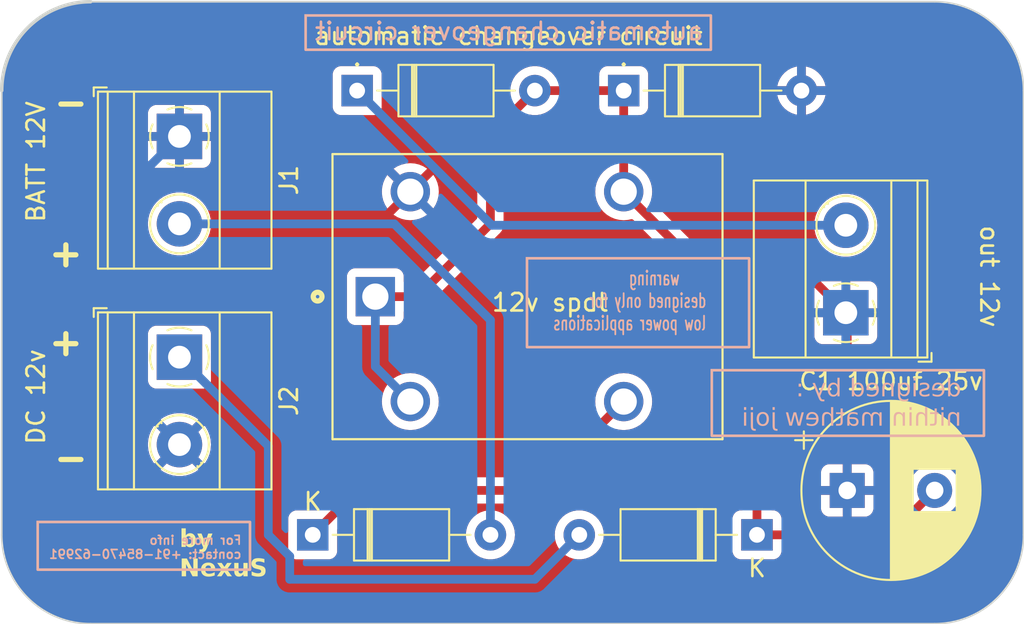
<source format=kicad_pcb>
(kicad_pcb (version 20221018) (generator pcbnew)
  (layers (0 "F.Cu" signal) (31 "B.Cu" signal) (34 "B.Paste" user) (35 "F.Paste" user) (36 "B.SilkS" user "B.Silkscreen") (37 "F.SilkS" user "F.Silkscreen") (38 "B.Mask" user) (39 "F.Mask" user) (44 "Edge.Cuts" user))
  (net 0 "")
  (net 1 "Net-(D1-A)")
  (net 2 "Net-(D1-K)")
  (net 3 "Net-(D3-K)")
  (net 4 "GND")
  (net 5 "Net-(D3-A)")
  (net 6 "Net-(D4-A)")
  (footprint "TerminalBlock_Phoenix:TerminalBlock_Phoenix_MKDS-1,5-2_1x02_P5.00mm_Horizontal" (layer "F.Cu") (at 99.06 73.74 -90)
    (fp_text reference "J1" (at 2.5 -6.26 90) (layer "F.SilkS"))
    (fp_text value "Screw_Terminal_01x02" hide)
    (fp_line (start -2.8 4.16) (end -2.8 4.9) (stroke (width 0.12)) (layer "F.SilkS"))
    (fp_line (start -2.8 4.9) (end -2.3 4.9) (stroke (width 0.12)) (layer "F.SilkS"))
    (fp_line (start -2.56 -5.261) (end -2.56 4.66) (stroke (width 0.12)) (layer "F.SilkS"))
    (fp_line (start -2.56 -5.261) (end 7.56 -5.261) (stroke (width 0.12)) (layer "F.SilkS"))
    (fp_line (start -2.56 -2.301) (end 7.56 -2.301) (stroke (width 0.12)) (layer "F.SilkS"))
    (fp_line (start -2.56 2.6) (end 7.56 2.6) (stroke (width 0.12)) (layer "F.SilkS"))
    (fp_line (start -2.56 4.1) (end 7.56 4.1) (stroke (width 0.12)) (layer "F.SilkS"))
    (fp_line (start -2.56 4.66) (end 7.56 4.66) (stroke (width 0.12)) (layer "F.SilkS"))
    (fp_line (start 3.773 1.023) (end 3.726 1.069) (stroke (width 0.12)) (layer "F.SilkS"))
    (fp_line (start 3.966 1.239) (end 3.931 1.274) (stroke (width 0.12)) (layer "F.SilkS"))
    (fp_line (start 6.07 -1.275) (end 6.035 -1.239) (stroke (width 0.12)) (layer "F.SilkS"))
    (fp_line (start 6.275 -1.069) (end 6.228 -1.023) (stroke (width 0.12)) (layer "F.SilkS"))
    (fp_line (start 7.56 -5.261) (end 7.56 4.66) (stroke (width 0.12)) (layer "F.SilkS"))
    (fp_arc (start -1.535427 0.683042) (mid -1.680501 -0.000524) (end -1.535 -0.684) (stroke (width 0.12)) (layer "F.SilkS"))
    (fp_arc (start -0.683042 -1.535427) (mid 0.000524 -1.680501) (end 0.684 -1.535) (stroke (width 0.12)) (layer "F.SilkS"))
    (fp_arc (start 0.028805 1.680253) (mid -0.335551 1.646659) (end -0.684 1.535) (stroke (width 0.12)) (layer "F.SilkS"))
    (fp_arc (start 0.683318 1.534756) (mid 0.349292 1.643288) (end 0 1.68) (stroke (width 0.12)) (layer "F.SilkS"))
    (fp_arc (start 1.535427 -0.683042) (mid 1.680501 0.000524) (end 1.535 0.684) (stroke (width 0.12)) (layer "F.SilkS"))
    (fp_circle (center 5 0) (end 6.68 0) (stroke (width 0.12)) (fill none) (layer "F.SilkS"))
    (pad "1" thru_hole rect (at 0 0 270) (size 2.6 2.6) (drill 1.3) (layers "*.Cu" "*.Mask") (net 4 "GND"))
    (pad "2" thru_hole circle (at 5 0 270) (size 2.6 2.6) (drill 1.3) (layers "*.Cu" "*.Mask") (net 5 "Net-(D3-A)"))
  )
  (footprint "TerminalBlock_Phoenix:TerminalBlock_Phoenix_MKDS-1,5-2_1x02_P5.00mm_Horizontal" (layer "F.Cu") (at 99.06 86.36 -90)
    (fp_text reference "J2" (at 2.5 -6.26 90) (layer "F.SilkS"))
    (fp_text value "Screw_Terminal_01x02" hide)
    (fp_line (start -2.8 4.16) (end -2.8 4.9) (stroke (width 0.12)) (layer "F.SilkS"))
    (fp_line (start -2.8 4.9) (end -2.3 4.9) (stroke (width 0.12)) (layer "F.SilkS"))
    (fp_line (start -2.56 -5.261) (end -2.56 4.66) (stroke (width 0.12)) (layer "F.SilkS"))
    (fp_line (start -2.56 -5.261) (end 7.56 -5.261) (stroke (width 0.12)) (layer "F.SilkS"))
    (fp_line (start -2.56 -2.301) (end 7.56 -2.301) (stroke (width 0.12)) (layer "F.SilkS"))
    (fp_line (start -2.56 2.6) (end 7.56 2.6) (stroke (width 0.12)) (layer "F.SilkS"))
    (fp_line (start -2.56 4.1) (end 7.56 4.1) (stroke (width 0.12)) (layer "F.SilkS"))
    (fp_line (start -2.56 4.66) (end 7.56 4.66) (stroke (width 0.12)) (layer "F.SilkS"))
    (fp_line (start 3.773 1.023) (end 3.726 1.069) (stroke (width 0.12)) (layer "F.SilkS"))
    (fp_line (start 3.966 1.239) (end 3.931 1.274) (stroke (width 0.12)) (layer "F.SilkS"))
    (fp_line (start 6.07 -1.275) (end 6.035 -1.239) (stroke (width 0.12)) (layer "F.SilkS"))
    (fp_line (start 6.275 -1.069) (end 6.228 -1.023) (stroke (width 0.12)) (layer "F.SilkS"))
    (fp_line (start 7.56 -5.261) (end 7.56 4.66) (stroke (width 0.12)) (layer "F.SilkS"))
    (fp_arc (start -1.535427 0.683042) (mid -1.680501 -0.000524) (end -1.535 -0.684) (stroke (width 0.12)) (layer "F.SilkS"))
    (fp_arc (start -0.683042 -1.535427) (mid 0.000524 -1.680501) (end 0.684 -1.535) (stroke (width 0.12)) (layer "F.SilkS"))
    (fp_arc (start 0.028805 1.680253) (mid -0.335551 1.646659) (end -0.684 1.535) (stroke (width 0.12)) (layer "F.SilkS"))
    (fp_arc (start 0.683318 1.534756) (mid 0.349292 1.643288) (end 0 1.68) (stroke (width 0.12)) (layer "F.SilkS"))
    (fp_arc (start 1.535427 -0.683042) (mid 1.680501 0.000524) (end 1.535 0.684) (stroke (width 0.12)) (layer "F.SilkS"))
    (fp_circle (center 5 0) (end 6.68 0) (stroke (width 0.12)) (fill none) (layer "F.SilkS"))
    (pad "1" thru_hole rect (at 0 0 270) (size 2.6 2.6) (drill 1.3) (layers "*.Cu" "*.Mask") (net 6 "Net-(D4-A)"))
    (pad "2" thru_hole circle (at 5 0 270) (size 2.6 2.6) (drill 1.3) (layers "*.Cu" "*.Mask") (net 4 "GND"))
  )
  (footprint "Diode_THT:D_A-405_P10.16mm_Horizontal" (layer "F.Cu") (at 106.68 96.52)
    (fp_text reference "D3" hide)
    (fp_text value "D" hide)
    (fp_text user "K" (at 0 -1.9) (layer "F.SilkS"))
    (fp_line (start 1.14 0) (end 2.36 0) (stroke (width 0.12)) (layer "F.SilkS"))
    (fp_line (start 2.36 -1.47) (end 2.36 1.47) (stroke (width 0.12)) (layer "F.SilkS"))
    (fp_line (start 2.36 1.47) (end 7.8 1.47) (stroke (width 0.12)) (layer "F.SilkS"))
    (fp_line (start 3.14 -1.47) (end 3.14 1.47) (stroke (width 0.12)) (layer "F.SilkS"))
    (fp_line (start 3.26 -1.47) (end 3.26 1.47) (stroke (width 0.12)) (layer "F.SilkS"))
    (fp_line (start 3.38 -1.47) (end 3.38 1.47) (stroke (width 0.12)) (layer "F.SilkS"))
    (fp_line (start 7.8 -1.47) (end 2.36 -1.47) (stroke (width 0.12)) (layer "F.SilkS"))
    (fp_line (start 7.8 1.47) (end 7.8 -1.47) (stroke (width 0.12)) (layer "F.SilkS"))
    (fp_line (start 9.02 0) (end 7.8 0) (stroke (width 0.12)) (layer "F.SilkS"))
    (pad "1" thru_hole rect (at 0 0) (size 1.8 1.8) (drill 0.9) (layers "*.Cu" "*.Mask") (net 3 "Net-(D3-K)"))
    (pad "2" thru_hole oval (at 10.16 0) (size 1.8 1.8) (drill 0.9) (layers "*.Cu" "*.Mask") (net 5 "Net-(D3-A)"))
  )
  (footprint "Diode_THT:D_A-405_P10.16mm_Horizontal" (layer "F.Cu") (at 132.08 96.52 180)
    (fp_text reference "D4" hide)
    (fp_text value "D" hide)
    (fp_text user "K" (at 0 -1.9) (layer "F.SilkS"))
    (fp_line (start 1.14 0) (end 2.36 0) (stroke (width 0.12)) (layer "F.SilkS"))
    (fp_line (start 2.36 -1.47) (end 2.36 1.47) (stroke (width 0.12)) (layer "F.SilkS"))
    (fp_line (start 2.36 1.47) (end 7.8 1.47) (stroke (width 0.12)) (layer "F.SilkS"))
    (fp_line (start 3.14 -1.47) (end 3.14 1.47) (stroke (width 0.12)) (layer "F.SilkS"))
    (fp_line (start 3.26 -1.47) (end 3.26 1.47) (stroke (width 0.12)) (layer "F.SilkS"))
    (fp_line (start 3.38 -1.47) (end 3.38 1.47) (stroke (width 0.12)) (layer "F.SilkS"))
    (fp_line (start 7.8 -1.47) (end 2.36 -1.47) (stroke (width 0.12)) (layer "F.SilkS"))
    (fp_line (start 7.8 1.47) (end 7.8 -1.47) (stroke (width 0.12)) (layer "F.SilkS"))
    (fp_line (start 9.02 0) (end 7.8 0) (stroke (width 0.12)) (layer "F.SilkS"))
    (pad "1" thru_hole rect (at 0 0 180) (size 1.8 1.8) (drill 0.9) (layers "*.Cu" "*.Mask") (net 1 "Net-(D1-A)"))
    (pad "2" thru_hole oval (at 10.16 0 180) (size 1.8 1.8) (drill 0.9) (layers "*.Cu" "*.Mask") (net 6 "Net-(D4-A)"))
  )
  (footprint "Capacitor_THT:CP_Radial_D10.0mm_P5.00mm" (layer "F.Cu") (at 137.24 93.98)
    (fp_text reference "C1 100uf 25v" (at 2.5 -6.25) (layer "F.SilkS"))
    (fp_text value "C")
    (fp_line (start -2.979646 -2.875) (end -1.979646 -2.875) (stroke (width 0.12)) (layer "F.SilkS"))
    (fp_line (start -2.479646 -3.375) (end -2.479646 -2.375) (stroke (width 0.12)) (layer "F.SilkS"))
    (fp_line (start 2.5 -5.08) (end 2.5 5.08) (stroke (width 0.12)) (layer "F.SilkS"))
    (fp_line (start 2.54 -5.08) (end 2.54 5.08) (stroke (width 0.12)) (layer "F.SilkS"))
    (fp_line (start 2.58 -5.08) (end 2.58 5.08) (stroke (width 0.12)) (layer "F.SilkS"))
    (fp_line (start 2.62 -5.079) (end 2.62 5.079) (stroke (width 0.12)) (layer "F.SilkS"))
    (fp_line (start 2.66 -5.078) (end 2.66 5.078) (stroke (width 0.12)) (layer "F.SilkS"))
    (fp_line (start 2.7 -5.077) (end 2.7 5.077) (stroke (width 0.12)) (layer "F.SilkS"))
    (fp_line (start 2.74 -5.075) (end 2.74 5.075) (stroke (width 0.12)) (layer "F.SilkS"))
    (fp_line (start 2.78 -5.073) (end 2.78 5.073) (stroke (width 0.12)) (layer "F.SilkS"))
    (fp_line (start 2.82 -5.07) (end 2.82 5.07) (stroke (width 0.12)) (layer "F.SilkS"))
    (fp_line (start 2.86 -5.068) (end 2.86 5.068) (stroke (width 0.12)) (layer "F.SilkS"))
    (fp_line (start 2.9 -5.065) (end 2.9 5.065) (stroke (width 0.12)) (layer "F.SilkS"))
    (fp_line (start 2.94 -5.062) (end 2.94 5.062) (stroke (width 0.12)) (layer "F.SilkS"))
    (fp_line (start 2.98 -5.058) (end 2.98 5.058) (stroke (width 0.12)) (layer "F.SilkS"))
    (fp_line (start 3.02 -5.054) (end 3.02 5.054) (stroke (width 0.12)) (layer "F.SilkS"))
    (fp_line (start 3.06 -5.05) (end 3.06 5.05) (stroke (width 0.12)) (layer "F.SilkS"))
    (fp_line (start 3.1 -5.045) (end 3.1 5.045) (stroke (width 0.12)) (layer "F.SilkS"))
    (fp_line (start 3.14 -5.04) (end 3.14 5.04) (stroke (width 0.12)) (layer "F.SilkS"))
    (fp_line (start 3.18 -5.035) (end 3.18 5.035) (stroke (width 0.12)) (layer "F.SilkS"))
    (fp_line (start 3.221 -5.03) (end 3.221 5.03) (stroke (width 0.12)) (layer "F.SilkS"))
    (fp_line (start 3.261 -5.024) (end 3.261 5.024) (stroke (width 0.12)) (layer "F.SilkS"))
    (fp_line (start 3.301 -5.018) (end 3.301 5.018) (stroke (width 0.12)) (layer "F.SilkS"))
    (fp_line (start 3.341 -5.011) (end 3.341 5.011) (stroke (width 0.12)) (layer "F.SilkS"))
    (fp_line (start 3.381 -5.004) (end 3.381 5.004) (stroke (width 0.12)) (layer "F.SilkS"))
    (fp_line (start 3.421 -4.997) (end 3.421 4.997) (stroke (width 0.12)) (layer "F.SilkS"))
    (fp_line (start 3.461 -4.99) (end 3.461 4.99) (stroke (width 0.12)) (layer "F.SilkS"))
    (fp_line (start 3.501 -4.982) (end 3.501 4.982) (stroke (width 0.12)) (layer "F.SilkS"))
    (fp_line (start 3.541 -4.974) (end 3.541 4.974) (stroke (width 0.12)) (layer "F.SilkS"))
    (fp_line (start 3.581 -4.965) (end 3.581 4.965) (stroke (width 0.12)) (layer "F.SilkS"))
    (fp_line (start 3.621 -4.956) (end 3.621 4.956) (stroke (width 0.12)) (layer "F.SilkS"))
    (fp_line (start 3.661 -4.947) (end 3.661 4.947) (stroke (width 0.12)) (layer "F.SilkS"))
    (fp_line (start 3.701 -4.938) (end 3.701 4.938) (stroke (width 0.12)) (layer "F.SilkS"))
    (fp_line (start 3.741 -4.928) (end 3.741 4.928) (stroke (width 0.12)) (layer "F.SilkS"))
    (fp_line (start 3.781 -4.918) (end 3.781 -1.241) (stroke (width 0.12)) (layer "F.SilkS"))
    (fp_line (start 3.781 1.241) (end 3.781 4.918) (stroke (width 0.12)) (layer "F.SilkS"))
    (fp_line (start 3.821 -4.907) (end 3.821 -1.241) (stroke (width 0.12)) (layer "F.SilkS"))
    (fp_line (start 3.821 1.241) (end 3.821 4.907) (stroke (width 0.12)) (layer "F.SilkS"))
    (fp_line (start 3.861 -4.897) (end 3.861 -1.241) (stroke (width 0.12)) (layer "F.SilkS"))
    (fp_line (start 3.861 1.241) (end 3.861 4.897) (stroke (width 0.12)) (layer "F.SilkS"))
    (fp_line (start 3.901 -4.885) (end 3.901 -1.241) (stroke (width 0.12)) (layer "F.SilkS"))
    (fp_line (start 3.901 1.241) (end 3.901 4.885) (stroke (width 0.12)) (layer "F.SilkS"))
    (fp_line (start 3.941 -4.874) (end 3.941 -1.241) (stroke (width 0.12)) (layer "F.SilkS"))
    (fp_line (start 3.941 1.241) (end 3.941 4.874) (stroke (width 0.12)) (layer "F.SilkS"))
    (fp_line (start 3.981 -4.862) (end 3.981 -1.241) (stroke (width 0.12)) (layer "F.SilkS"))
    (fp_line (start 3.981 1.241) (end 3.981 4.862) (stroke (width 0.12)) (layer "F.SilkS"))
    (fp_line (start 4.021 -4.85) (end 4.021 -1.241) (stroke (width 0.12)) (layer "F.SilkS"))
    (fp_line (start 4.021 1.241) (end 4.021 4.85) (stroke (width 0.12)) (layer "F.SilkS"))
    (fp_line (start 4.061 -4.837) (end 4.061 -1.241) (stroke (width 0.12)) (layer "F.SilkS"))
    (fp_line (start 4.061 1.241) (end 4.061 4.837) (stroke (width 0.12)) (layer "F.SilkS"))
    (fp_line (start 4.101 -4.824) (end 4.101 -1.241) (stroke (width 0.12)) (layer "F.SilkS"))
    (fp_line (start 4.101 1.241) (end 4.101 4.824) (stroke (width 0.12)) (layer "F.SilkS"))
    (fp_line (start 4.141 -4.811) (end 4.141 -1.241) (stroke (width 0.12)) (layer "F.SilkS"))
    (fp_line (start 4.141 1.241) (end 4.141 4.811) (stroke (width 0.12)) (layer "F.SilkS"))
    (fp_line (start 4.181 -4.797) (end 4.181 -1.241) (stroke (width 0.12)) (layer "F.SilkS"))
    (fp_line (start 4.181 1.241) (end 4.181 4.797) (stroke (width 0.12)) (layer "F.SilkS"))
    (fp_line (start 4.221 -4.783) (end 4.221 -1.241) (stroke (width 0.12)) (layer "F.SilkS"))
    (fp_line (start 4.221 1.241) (end 4.221 4.783) (stroke (width 0.12)) (layer "F.SilkS"))
    (fp_line (start 4.261 -4.768) (end 4.261 -1.241) (stroke (width 0.12)) (layer "F.SilkS"))
    (fp_line (start 4.261 1.241) (end 4.261 4.768) (stroke (width 0.12)) (layer "F.SilkS"))
    (fp_line (start 4.301 -4.754) (end 4.301 -1.241) (stroke (width 0.12)) (layer "F.SilkS"))
    (fp_line (start 4.301 1.241) (end 4.301 4.754) (stroke (width 0.12)) (layer "F.SilkS"))
    (fp_line (start 4.341 -4.738) (end 4.341 -1.241) (stroke (width 0.12)) (layer "F.SilkS"))
    (fp_line (start 4.341 1.241) (end 4.341 4.738) (stroke (width 0.12)) (layer "F.SilkS"))
    (fp_line (start 4.381 -4.723) (end 4.381 -1.241) (stroke (width 0.12)) (layer "F.SilkS"))
    (fp_line (start 4.381 1.241) (end 4.381 4.723) (stroke (width 0.12)) (layer "F.SilkS"))
    (fp_line (start 4.421 -4.707) (end 4.421 -1.241) (stroke (width 0.12)) (layer "F.SilkS"))
    (fp_line (start 4.421 1.241) (end 4.421 4.707) (stroke (width 0.12)) (layer "F.SilkS"))
    (fp_line (start 4.461 -4.69) (end 4.461 -1.241) (stroke (width 0.12)) (layer "F.SilkS"))
    (fp_line (start 4.461 1.241) (end 4.461 4.69) (stroke (width 0.12)) (layer "F.SilkS"))
    (fp_line (start 4.501 -4.674) (end 4.501 -1.241) (stroke (width 0.12)) (layer "F.SilkS"))
    (fp_line (start 4.501 1.241) (end 4.501 4.674) (stroke (width 0.12)) (layer "F.SilkS"))
    (fp_line (start 4.541 -4.657) (end 4.541 -1.241) (stroke (width 0.12)) (layer "F.SilkS"))
    (fp_line (start 4.541 1.241) (end 4.541 4.657) (stroke (width 0.12)) (layer "F.SilkS"))
    (fp_line (start 4.581 -4.639) (end 4.581 -1.241) (stroke (width 0.12)) (layer "F.SilkS"))
    (fp_line (start 4.581 1.241) (end 4.581 4.639) (stroke (width 0.12)) (layer "F.SilkS"))
    (fp_line (start 4.621 -4.621) (end 4.621 -1.241) (stroke (width 0.12)) (layer "F.SilkS"))
    (fp_line (start 4.621 1.241) (end 4.621 4.621) (stroke (width 0.12)) (layer "F.SilkS"))
    (fp_line (start 4.661 -4.603) (end 4.661 -1.241) (stroke (width 0.12)) (layer "F.SilkS"))
    (fp_line (start 4.661 1.241) (end 4.661 4.603) (stroke (width 0.12)) (layer "F.SilkS"))
    (fp_line (start 4.701 -4.584) (end 4.701 -1.241) (stroke (width 0.12)) (layer "F.SilkS"))
    (fp_line (start 4.701 1.241) (end 4.701 4.584) (stroke (width 0.12)) (layer "F.SilkS"))
    (fp_line (start 4.741 -4.564) (end 4.741 -1.241) (stroke (width 0.12)) (layer "F.SilkS"))
    (fp_line (start 4.741 1.241) (end 4.741 4.564) (stroke (width 0.12)) (layer "F.SilkS"))
    (fp_line (start 4.781 -4.545) (end 4.781 -1.241) (stroke (width 0.12)) (layer "F.SilkS"))
    (fp_line (start 4.781 1.241) (end 4.781 4.545) (stroke (width 0.12)) (layer "F.SilkS"))
    (fp_line (start 4.821 -4.525) (end 4.821 -1.241) (stroke (width 0.12)) (layer "F.SilkS"))
    (fp_line (start 4.821 1.241) (end 4.821 4.525) (stroke (width 0.12)) (layer "F.SilkS"))
    (fp_line (start 4.861 -4.504) (end 4.861 -1.241) (stroke (width 0.12)) (layer "F.SilkS"))
    (fp_line (start 4.861 1.241) (end 4.861 4.504) (stroke (width 0.12)) (layer "F.SilkS"))
    (fp_line (start 4.901 -4.483) (end 4.901 -1.241) (stroke (width 0.12)) (layer "F.SilkS"))
    (fp_line (start 4.901 1.241) (end 4.901 4.483) (stroke (width 0.12)) (layer "F.SilkS"))
    (fp_line (start 4.941 -4.462) (end 4.941 -1.241) (stroke (width 0.12)) (layer "F.SilkS"))
    (fp_line (start 4.941 1.241) (end 4.941 4.462) (stroke (width 0.12)) (layer "F.SilkS"))
    (fp_line (start 4.981 -4.44) (end 4.981 -1.241) (stroke (width 0.12)) (layer "F.SilkS"))
    (fp_line (start 4.981 1.241) (end 4.981 4.44) (stroke (width 0.12)) (layer "F.SilkS"))
    (fp_line (start 5.021 -4.417) (end 5.021 -1.241) (stroke (width 0.12)) (layer "F.SilkS"))
    (fp_line (start 5.021 1.241) (end 5.021 4.417) (stroke (width 0.12)) (layer "F.SilkS"))
    (fp_line (start 5.061 -4.395) (end 5.061 -1.241) (stroke (width 0.12)) (layer "F.SilkS"))
    (fp_line (start 5.061 1.241) (end 5.061 4.395) (stroke (width 0.12)) (layer "F.SilkS"))
    (fp_line (start 5.101 -4.371) (end 5.101 -1.241) (stroke (width 0.12)) (layer "F.SilkS"))
    (fp_line (start 5.101 1.241) (end 5.101 4.371) (stroke (width 0.12)) (layer "F.SilkS"))
    (fp_line (start 5.141 -4.347) (end 5.141 -1.241) (stroke (width 0.12)) (layer "F.SilkS"))
    (fp_line (start 5.141 1.241) (end 5.141 4.347) (stroke (width 0.12)) (layer "F.SilkS"))
    (fp_line (start 5.181 -4.323) (end 5.181 -1.241) (stroke (width 0.12)) (layer "F.SilkS"))
    (fp_line (start 5.181 1.241) (end 5.181 4.323) (stroke (width 0.12)) (layer "F.SilkS"))
    (fp_line (start 5.221 -4.298) (end 5.221 -1.241) (stroke (width 0.12)) (layer "F.SilkS"))
    (fp_line (start 5.221 1.241) (end 5.221 4.298) (stroke (width 0.12)) (layer "F.SilkS"))
    (fp_line (start 5.261 -4.273) (end 5.261 -1.241) (stroke (width 0.12)) (layer "F.SilkS"))
    (fp_line (start 5.261 1.241) (end 5.261 4.273) (stroke (width 0.12)) (layer "F.SilkS"))
    (fp_line (start 5.301 -4.247) (end 5.301 -1.241) (stroke (width 0.12)) (layer "F.SilkS"))
    (fp_line (start 5.301 1.241) (end 5.301 4.247) (stroke (width 0.12)) (layer "F.SilkS"))
    (fp_line (start 5.341 -4.221) (end 5.341 -1.241) (stroke (width 0.12)) (layer "F.SilkS"))
    (fp_line (start 5.341 1.241) (end 5.341 4.221) (stroke (width 0.12)) (layer "F.SilkS"))
    (fp_line (start 5.381 -4.194) (end 5.381 -1.241) (stroke (width 0.12)) (layer "F.SilkS"))
    (fp_line (start 5.381 1.241) (end 5.381 4.194) (stroke (width 0.12)) (layer "F.SilkS"))
    (fp_line (start 5.421 -4.166) (end 5.421 -1.241) (stroke (width 0.12)) (layer "F.SilkS"))
    (fp_line (start 5.421 1.241) (end 5.421 4.166) (stroke (width 0.12)) (layer "F.SilkS"))
    (fp_line (start 5.461 -4.138) (end 5.461 -1.241) (stroke (width 0.12)) (layer "F.SilkS"))
    (fp_line (start 5.461 1.241) (end 5.461 4.138) (stroke (width 0.12)) (layer "F.SilkS"))
    (fp_line (start 5.501 -4.11) (end 5.501 -1.241) (stroke (width 0.12)) (layer "F.SilkS"))
    (fp_line (start 5.501 1.241) (end 5.501 4.11) (stroke (width 0.12)) (layer "F.SilkS"))
    (fp_line (start 5.541 -4.08) (end 5.541 -1.241) (stroke (width 0.12)) (layer "F.SilkS"))
    (fp_line (start 5.541 1.241) (end 5.541 4.08) (stroke (width 0.12)) (layer "F.SilkS"))
    (fp_line (start 5.581 -4.05) (end 5.581 -1.241) (stroke (width 0.12)) (layer "F.SilkS"))
    (fp_line (start 5.581 1.241) (end 5.581 4.05) (stroke (width 0.12)) (layer "F.SilkS"))
    (fp_line (start 5.621 -4.02) (end 5.621 -1.241) (stroke (width 0.12)) (layer "F.SilkS"))
    (fp_line (start 5.621 1.241) (end 5.621 4.02) (stroke (width 0.12)) (layer "F.SilkS"))
    (fp_line (start 5.661 -3.989) (end 5.661 -1.241) (stroke (width 0.12)) (layer "F.SilkS"))
    (fp_line (start 5.661 1.241) (end 5.661 3.989) (stroke (width 0.12)) (layer "F.SilkS"))
    (fp_line (start 5.701 -3.957) (end 5.701 -1.241) (stroke (width 0.12)) (layer "F.SilkS"))
    (fp_line (start 5.701 1.241) (end 5.701 3.957) (stroke (width 0.12)) (layer "F.SilkS"))
    (fp_line (start 5.741 -3.925) (end 5.741 -1.241) (stroke (width 0.12)) (layer "F.SilkS"))
    (fp_line (start 5.741 1.241) (end 5.741 3.925) (stroke (width 0.12)) (layer "F.SilkS"))
    (fp_line (start 5.781 -3.892) (end 5.781 -1.241) (stroke (width 0.12)) (layer "F.SilkS"))
    (fp_line (start 5.781 1.241) (end 5.781 3.892) (stroke (width 0.12)) (layer "F.SilkS"))
    (fp_line (start 5.821 -3.858) (end 5.821 -1.241) (stroke (width 0.12)) (layer "F.SilkS"))
    (fp_line (start 5.821 1.241) (end 5.821 3.858) (stroke (width 0.12)) (layer "F.SilkS"))
    (fp_line (start 5.861 -3.824) (end 5.861 -1.241) (stroke (width 0.12)) (layer "F.SilkS"))
    (fp_line (start 5.861 1.241) (end 5.861 3.824) (stroke (width 0.12)) (layer "F.SilkS"))
    (fp_line (start 5.901 -3.789) (end 5.901 -1.241) (stroke (width 0.12)) (layer "F.SilkS"))
    (fp_line (start 5.901 1.241) (end 5.901 3.789) (stroke (width 0.12)) (layer "F.SilkS"))
    (fp_line (start 5.941 -3.753) (end 5.941 -1.241) (stroke (width 0.12)) (layer "F.SilkS"))
    (fp_line (start 5.941 1.241) (end 5.941 3.753) (stroke (width 0.12)) (layer "F.SilkS"))
    (fp_line (start 5.981 -3.716) (end 5.981 -1.241) (stroke (width 0.12)) (layer "F.SilkS"))
    (fp_line (start 5.981 1.241) (end 5.981 3.716) (stroke (width 0.12)) (layer "F.SilkS"))
    (fp_line (start 6.021 -3.679) (end 6.021 -1.241) (stroke (width 0.12)) (layer "F.SilkS"))
    (fp_line (start 6.021 1.241) (end 6.021 3.679) (stroke (width 0.12)) (layer "F.SilkS"))
    (fp_line (start 6.061 -3.64) (end 6.061 -1.241) (stroke (width 0.12)) (layer "F.SilkS"))
    (fp_line (start 6.061 1.241) (end 6.061 3.64) (stroke (width 0.12)) (layer "F.SilkS"))
    (fp_line (start 6.101 -3.601) (end 6.101 -1.241) (stroke (width 0.12)) (layer "F.SilkS"))
    (fp_line (start 6.101 1.241) (end 6.101 3.601) (stroke (width 0.12)) (layer "F.SilkS"))
    (fp_line (start 6.141 -3.561) (end 6.141 -1.241) (stroke (width 0.12)) (layer "F.SilkS"))
    (fp_line (start 6.141 1.241) (end 6.141 3.561) (stroke (width 0.12)) (layer "F.SilkS"))
    (fp_line (start 6.181 -3.52) (end 6.181 -1.241) (stroke (width 0.12)) (layer "F.SilkS"))
    (fp_line (start 6.181 1.241) (end 6.181 3.52) (stroke (width 0.12)) (layer "F.SilkS"))
    (fp_line (start 6.221 -3.478) (end 6.221 -1.241) (stroke (width 0.12)) (layer "F.SilkS"))
    (fp_line (start 6.221 1.241) (end 6.221 3.478) (stroke (width 0.12)) (layer "F.SilkS"))
    (fp_line (start 6.261 -3.436) (end 6.261 3.436) (stroke (width 0.12)) (layer "F.SilkS"))
    (fp_line (start 6.301 -3.392) (end 6.301 3.392) (stroke (width 0.12)) (layer "F.SilkS"))
    (fp_line (start 6.341 -3.347) (end 6.341 3.347) (stroke (width 0.12)) (layer "F.SilkS"))
    (fp_line (start 6.381 -3.301) (end 6.381 3.301) (stroke (width 0.12)) (layer "F.SilkS"))
    (fp_line (start 6.421 -3.254) (end 6.421 3.254) (stroke (width 0.12)) (layer "F.SilkS"))
    (fp_line (start 6.461 -3.206) (end 6.461 3.206) (stroke (width 0.12)) (layer "F.SilkS"))
    (fp_line (start 6.501 -3.156) (end 6.501 3.156) (stroke (width 0.12)) (layer "F.SilkS"))
    (fp_line (start 6.541 -3.106) (end 6.541 3.106) (stroke (width 0.12)) (layer "F.SilkS"))
    (fp_line (start 6.581 -3.054) (end 6.581 3.054) (stroke (width 0.12)) (layer "F.SilkS"))
    (fp_line (start 6.621 -3) (end 6.621 3) (stroke (width 0.12)) (layer "F.SilkS"))
    (fp_line (start 6.661 -2.945) (end 6.661 2.945) (stroke (width 0.12)) (layer "F.SilkS"))
    (fp_line (start 6.701 -2.889) (end 6.701 2.889) (stroke (width 0.12)) (layer "F.SilkS"))
    (fp_line (start 6.741 -2.83) (end 6.741 2.83) (stroke (width 0.12)) (layer "F.SilkS"))
    (fp_line (start 6.781 -2.77) (end 6.781 2.77) (stroke (width 0.12)) (layer "F.SilkS"))
    (fp_line (start 6.821 -2.709) (end 6.821 2.709) (stroke (width 0.12)) (layer "F.SilkS"))
    (fp_line (start 6.861 -2.645) (end 6.861 2.645) (stroke (width 0.12)) (layer "F.SilkS"))
    (fp_line (start 6.901 -2.579) (end 6.901 2.579) (stroke (width 0.12)) (layer "F.SilkS"))
    (fp_line (start 6.941 -2.51) (end 6.941 2.51) (stroke (width 0.12)) (layer "F.SilkS"))
    (fp_line (start 6.981 -2.439) (end 6.981 2.439) (stroke (width 0.12)) (layer "F.SilkS"))
    (fp_line (start 7.021 -2.365) (end 7.021 2.365) (stroke (width 0.12)) (layer "F.SilkS"))
    (fp_line (start 7.061 -2.289) (end 7.061 2.289) (stroke (width 0.12)) (layer "F.SilkS"))
    (fp_line (start 7.101 -2.209) (end 7.101 2.209) (stroke (width 0.12)) (layer "F.SilkS"))
    (fp_line (start 7.141 -2.125) (end 7.141 2.125) (stroke (width 0.12)) (layer "F.SilkS"))
    (fp_line (start 7.181 -2.037) (end 7.181 2.037) (stroke (width 0.12)) (layer "F.SilkS"))
    (fp_line (start 7.221 -1.944) (end 7.221 1.944) (stroke (width 0.12)) (layer "F.SilkS"))
    (fp_line (start 7.261 -1.846) (end 7.261 1.846) (stroke (width 0.12)) (layer "F.SilkS"))
    (fp_line (start 7.301 -1.742) (end 7.301 1.742) (stroke (width 0.12)) (layer "F.SilkS"))
    (fp_line (start 7.341 -1.63) (end 7.341 1.63) (stroke (width 0.12)) (layer "F.SilkS"))
    (fp_line (start 7.381 -1.51) (end 7.381 1.51) (stroke (width 0.12)) (layer "F.SilkS"))
    (fp_line (start 7.421 -1.378) (end 7.421 1.378) (stroke (width 0.12)) (layer "F.SilkS"))
    (fp_line (start 7.461 -1.23) (end 7.461 1.23) (stroke (width 0.12)) (layer "F.SilkS"))
    (fp_line (start 7.501 -1.062) (end 7.501 1.062) (stroke (width 0.12)) (layer "F.SilkS"))
    (fp_line (start 7.541 -0.862) (end 7.541 0.862) (stroke (width 0.12)) (layer "F.SilkS"))
    (fp_line (start 7.581 -0.599) (end 7.581 0.599) (stroke (width 0.12)) (layer "F.SilkS"))
    (fp_circle (center 2.5 0) (end 7.62 0) (stroke (width 0.12)) (fill none) (layer "F.SilkS"))
    (pad "1" thru_hole rect (at 0 0) (size 2 2) (drill 1) (layers "*.Cu" "*.Mask") (net 4 "GND"))
    (pad "2" thru_hole circle (at 5 0) (size 2 2) (drill 1) (layers "*.Cu" "*.Mask") (net 1 "Net-(D1-A)"))
  )
  (footprint "Diode_THT:D_A-405_P10.16mm_Horizontal" (layer "F.Cu") (at 109.22 71.12)
    (fp_text reference "D1" hide)
    (fp_text value "D")
    (fp_text user "." (at 0 -1.9) (layer "F.SilkS"))
    (fp_line (start 1.14 0) (end 2.36 0) (stroke (width 0.12)) (layer "F.SilkS"))
    (fp_line (start 2.36 -1.47) (end 2.36 1.47) (stroke (width 0.12)) (layer "F.SilkS"))
    (fp_line (start 2.36 1.47) (end 7.8 1.47) (stroke (width 0.12)) (layer "F.SilkS"))
    (fp_line (start 3.14 -1.47) (end 3.14 1.47) (stroke (width 0.12)) (layer "F.SilkS"))
    (fp_line (start 3.26 -1.47) (end 3.26 1.47) (stroke (width 0.12)) (layer "F.SilkS"))
    (fp_line (start 3.38 -1.47) (end 3.38 1.47) (stroke (width 0.12)) (layer "F.SilkS"))
    (fp_line (start 7.8 -1.47) (end 2.36 -1.47) (stroke (width 0.12)) (layer "F.SilkS"))
    (fp_line (start 7.8 1.47) (end 7.8 -1.47) (stroke (width 0.12)) (layer "F.SilkS"))
    (fp_line (start 9.02 0) (end 7.8 0) (stroke (width 0.12)) (layer "F.SilkS"))
    (pad "1" thru_hole rect (at 0 0) (size 1.8 1.8) (drill 0.9) (layers "*.Cu" "*.Mask") (net 2 "Net-(D1-K)"))
    (pad "2" thru_hole oval (at 10.16 0) (size 1.8 1.8) (drill 0.9) (layers "*.Cu" "*.Mask") (net 1 "Net-(D1-A)"))
  )
  (footprint "Diode_THT:D_A-405_P10.16mm_Horizontal" (layer "F.Cu") (at 124.46 71.12)
    (fp_text reference "D2" hide)
    (fp_text value "D")
    (fp_text user "." (at 0 -1.9) (layer "F.SilkS"))
    (fp_line (start 1.14 0) (end 2.36 0) (stroke (width 0.12)) (layer "F.SilkS"))
    (fp_line (start 2.36 -1.47) (end 2.36 1.47) (stroke (width 0.12)) (layer "F.SilkS"))
    (fp_line (start 2.36 1.47) (end 7.8 1.47) (stroke (width 0.12)) (layer "F.SilkS"))
    (fp_line (start 3.14 -1.47) (end 3.14 1.47) (stroke (width 0.12)) (layer "F.SilkS"))
    (fp_line (start 3.26 -1.47) (end 3.26 1.47) (stroke (width 0.12)) (layer "F.SilkS"))
    (fp_line (start 3.38 -1.47) (end 3.38 1.47) (stroke (width 0.12)) (layer "F.SilkS"))
    (fp_line (start 7.8 -1.47) (end 2.36 -1.47) (stroke (width 0.12)) (layer "F.SilkS"))
    (fp_line (start 7.8 1.47) (end 7.8 -1.47) (stroke (width 0.12)) (layer "F.SilkS"))
    (fp_line (start 9.02 0) (end 7.8 0) (stroke (width 0.12)) (layer "F.SilkS"))
    (pad "1" thru_hole rect (at 0 0) (size 1.8 1.8) (drill 0.9) (layers "*.Cu" "*.Mask") (net 1 "Net-(D1-A)"))
    (pad "2" thru_hole oval (at 10.16 0) (size 1.8 1.8) (drill 0.9) (layers "*.Cu" "*.Mask") (net 4 "GND"))
  )
  (footprint "JS1-12V-F:RELAY_JS1-12V-F" (layer "F.Cu") (at 118.96 82.9)
    (fp_text reference "K1" hide)
    (fp_text value "JS1-12V-F" hide)
    (fp_line (start -11.15 -8.15) (end -11.15 8.15) (stroke (width 0.127)) (layer "F.SilkS"))
    (fp_line (start -11.15 8.15) (end 11.15 8.15) (stroke (width 0.127)) (layer "F.SilkS"))
    (fp_line (start 11.15 -8.15) (end -11.15 -8.15) (stroke (width 0.127)) (layer "F.SilkS"))
    (fp_line (start 11.15 8.15) (end 11.15 -8.15) (stroke (width 0.127)) (layer "F.SilkS"))
    (fp_circle (center -12 0) (end -11.9 0) (stroke (width 0.3)) (fill none) (layer "F.SilkS"))
    (pad "1" thru_hole rect (at -8.7 0) (size 2.25 2.25) (drill 1.5) (layers "*.Cu" "*.Mask") (net 1 "Net-(D1-A)"))
    (pad "2" thru_hole circle (at -6.7 6) (size 2.25 2.25) (drill 1.5) (layers "*.Cu" "*.Mask") (net 1 "Net-(D1-A)"))
    (pad "3" thru_hole circle (at 5.5 6) (size 2.25 2.25) (drill 1.5) (layers "*.Cu" "*.Mask") (net 3 "Net-(D3-K)"))
    (pad "4" thru_hole circle (at 5.5 -6) (size 2.25 2.25) (drill 1.5) (layers "*.Cu" "*.Mask") (net 1 "Net-(D1-A)"))
    (pad "5" thru_hole circle (at -6.7 -6) (size 2.25 2.25) (drill 1.5) (layers "*.Cu" "*.Mask") (net 4 "GND"))
  )
  (footprint "TerminalBlock_Phoenix:TerminalBlock_Phoenix_MKDS-1,5-2_1x02_P5.00mm_Horizontal" (layer "F.Cu") (at 137.16 83.82 90)
    (fp_text reference "J3" hide)
    (fp_text value "Screw_Terminal_01x02" hide)
    (fp_line (start -2.8 4.16) (end -2.8 4.9) (stroke (width 0.12)) (layer "F.SilkS"))
    (fp_line (start -2.8 4.9) (end -2.3 4.9) (stroke (width 0.12)) (layer "F.SilkS"))
    (fp_line (start -2.56 -5.261) (end -2.56 4.66) (stroke (width 0.12)) (layer "F.SilkS"))
    (fp_line (start -2.56 -5.261) (end 7.56 -5.261) (stroke (width 0.12)) (layer "F.SilkS"))
    (fp_line (start -2.56 -2.301) (end 7.56 -2.301) (stroke (width 0.12)) (layer "F.SilkS"))
    (fp_line (start -2.56 2.6) (end 7.56 2.6) (stroke (width 0.12)) (layer "F.SilkS"))
    (fp_line (start -2.56 4.1) (end 7.56 4.1) (stroke (width 0.12)) (layer "F.SilkS"))
    (fp_line (start -2.56 4.66) (end 7.56 4.66) (stroke (width 0.12)) (layer "F.SilkS"))
    (fp_line (start 3.773 1.023) (end 3.726 1.069) (stroke (width 0.12)) (layer "F.SilkS"))
    (fp_line (start 3.966 1.239) (end 3.931 1.274) (stroke (width 0.12)) (layer "F.SilkS"))
    (fp_line (start 6.07 -1.275) (end 6.035 -1.239) (stroke (width 0.12)) (layer "F.SilkS"))
    (fp_line (start 6.275 -1.069) (end 6.228 -1.023) (stroke (width 0.12)) (layer "F.SilkS"))
    (fp_line (start 7.56 -5.261) (end 7.56 4.66) (stroke (width 0.12)) (layer "F.SilkS"))
    (fp_arc (start -1.535427 0.683042) (mid -1.680501 -0.000524) (end -1.535 -0.684) (stroke (width 0.12)) (layer "F.SilkS"))
    (fp_arc (start -0.683042 -1.535427) (mid 0.000524 -1.680501) (end 0.684 -1.535) (stroke (width 0.12)) (layer "F.SilkS"))
    (fp_arc (start 0.028805 1.680253) (mid -0.335551 1.646659) (end -0.684 1.535) (stroke (width 0.12)) (layer "F.SilkS"))
    (fp_arc (start 0.683318 1.534756) (mid 0.349292 1.643288) (end 0 1.68) (stroke (width 0.12)) (layer "F.SilkS"))
    (fp_arc (start 1.535427 -0.683042) (mid 1.680501 0.000524) (end 1.535 0.684) (stroke (width 0.12)) (layer "F.SilkS"))
    (fp_circle (center 5 0) (end 6.68 0) (stroke (width 0.12)) (fill none) (layer "F.SilkS"))
    (pad "1" thru_hole rect (at 0 0 90) (size 2.6 2.6) (drill 1.3) (layers "*.Cu" "*.Mask") (net 4 "GND"))
    (pad "2" thru_hole circle (at 5 0 90) (size 2.6 2.6) (drill 1.3) (layers "*.Cu" "*.Mask") (net 2 "Net-(D1-K)"))
  )
  (gr_rect (start 106.274581 66.824103) (end 129.443491 68.783239) (stroke (width 0.15)) (fill none) (layer "B.SilkS"))
  (gr_rect (start 129.496728 87.107547) (end 145.056242 90.855459) (stroke (width 0.15)) (fill none) (layer "B.SilkS"))
  (gr_rect (start 90.955228 95.784058) (end 103.093351 98.509812) (stroke (width 0.15)) (fill none) (layer "B.SilkS"))
  (gr_rect (start 118.930328 80.70726) (end 131.630328 85.78726) (stroke (width 0.15)) (fill none) (layer "B.SilkS"))
  (gr_arc (start 88.9 71.12) (mid 90.387898 67.527898) (end 93.98 66.04) (stroke (width 0.2)) (layer "Edge.Cuts"))
  (gr_arc (start 93.98 101.6) (mid 90.387898 100.112102) (end 88.9 96.52) (stroke (width 0.1)) (layer "Edge.Cuts"))
  (gr_line (start 93.98 66.04) (end 142.24 66.04) (stroke (width 0.1)) (layer "Edge.Cuts"))
  (gr_arc (start 142.24 66.04) (mid 145.832102 67.527898) (end 147.32 71.12) (stroke (width 0.1)) (layer "Edge.Cuts"))
  (gr_line (start 147.32 71.12) (end 147.32 96.52) (stroke (width 0.1)) (layer "Edge.Cuts"))
  (gr_line (start 93.98 101.6) (end 142.24 101.6) (stroke (width 0.1)) (layer "Edge.Cuts"))
  (gr_arc (start 147.32 96.52) (mid 145.832102 100.112102) (end 142.24 101.6) (stroke (width 0.1)) (layer "Edge.Cuts"))
  (gr_line (start 88.9 71.12) (end 88.9 96.52) (stroke (width 0.1)) (layer "Edge.Cuts"))
  (gr_text "    warning \ndesigned only for \nlow power applications\n" (at 129.237086 84.892872) (layer "B.SilkS") (effects (font (size 0.8 0.5) (thickness 0.1) bold) (justify left bottom mirror)))
  (gr_text "designed by :\nnithin mathew joji" (at 143.766714 90.449673) (layer "B.SilkS") (effects (font (size 1 1)) (justify left bottom mirror)))
  (gr_text "For more info\ncontact: +91-85470-62991" (at 102.656805 97.924202) (layer "B.SilkS") (effects (font (size 0.5 0.5) (thickness 0.1) bold) (justify left bottom mirror)))
  (gr_text "automatic changeover circuit" (at 129.105138 68.313568) (layer "B.SilkS") (effects (font (size 1 1)) (justify left bottom mirror)))
  (gr_text "automatic changeover circuit" (at 106.68 68.58) (layer "F.SilkS") (effects (font (size 1 1)) (justify left bottom)))
  (gr_text "DC 12v" (at 91.44 91.44 90) (layer "F.SilkS") (effects (font (size 1 1)) (justify left bottom)))
  (gr_text "-" (at 93.98 91.44 180) (layer "F.SilkS") (effects (font (size 1.5 1.5) (thickness 0.3) bold) (justify left bottom)))
  (gr_text "-" (at 93.98 71.12 180) (layer "F.SilkS") (effects (font (size 1.5 1.5) (thickness 0.3) bold) (justify left bottom)))
  (gr_text "+" (at 91.44 86.36) (layer "F.SilkS") (effects (font (size 1.5 1.5) (thickness 0.3) bold) (justify left bottom)))
  (gr_text "out 12v" (at 144.78 78.74 -90) (layer "F.SilkS") (effects (font (size 1 1)) (justify left bottom)))
  (gr_text "12v spdt " (at 116.84 83.82) (layer "F.SilkS") (effects (font (size 1 1)) (justify left bottom)))
  (gr_text "+" (at 91.44 81.28) (layer "F.SilkS") (effects (font (size 1.5 1.5) (thickness 0.3) bold) (justify left bottom)))
  (gr_text "BATT 12V" (at 91.44 78.74 90) (layer "F.SilkS") (effects (font (size 1 1)) (justify left bottom)))
  (gr_text "by \nNexuS" (at 99.06 99.06) (layer "F.SilkS") (effects (font (size 1 1) (thickness 0.2) bold) (justify left bottom)))
  (segment (start 132.08 84.52) (end 124.46 76.9) (width 0.5) (layer "F.Cu") (net 1))
  (segment (start 116.84 73.66) (end 119.38 71.12) (width 0.5) (layer "F.Cu") (net 1))
  (segment (start 116.84 78.74) (end 116.84 73.66) (width 0.5) (layer "F.Cu") (net 1))
  (segment (start 119.38 71.12) (end 124.46 71.12) (width 0.5) (layer "F.Cu") (net 1))
  (segment (start 112.68 82.9) (end 116.84 78.74) (width 0.5) (layer "F.Cu") (net 1))
  (segment (start 132.08 96.52) (end 139.7 96.52) (width 0.5) (layer "F.Cu") (net 1))
  (segment (start 124.46 76.9) (end 124.46 71.12) (width 0.5) (layer "F.Cu") (net 1))
  (segment (start 110.26 82.9) (end 112.68 82.9) (width 0.5) (layer "F.Cu") (net 1))
  (segment (start 132.08 96.52) (end 132.08 84.52) (width 0.5) (layer "F.Cu") (net 1))
  (segment (start 139.7 96.52) (end 142.24 93.98) (width 0.5) (layer "F.Cu") (net 1))
  (segment (start 110.26 86.9) (end 112.26 88.9) (width 0.5) (layer "B.Cu") (net 1))
  (segment (start 110.26 82.9) (end 110.26 86.9) (width 0.5) (layer "B.Cu") (net 1))
  (segment (start 116.92 78.82) (end 137.16 78.82) (width 0.5) (layer "B.Cu") (net 2))
  (segment (start 109.22 71.12) (end 116.92 78.82) (width 0.5) (layer "B.Cu") (net 2))
  (segment (start 109.22 93.98) (end 119.38 93.98) (width 0.5) (layer "F.Cu") (net 3))
  (segment (start 106.68 96.52) (end 109.22 93.98) (width 0.5) (layer "F.Cu") (net 3))
  (segment (start 119.38 93.98) (end 124.46 88.9) (width 0.5) (layer "F.Cu") (net 3))
  (segment (start 109.1 73.74) (end 112.26 76.9) (width 0.5) (layer "F.Cu") (net 4))
  (segment (start 137.16 83.82) (end 134.62 81.28) (width 0.5) (layer "F.Cu") (net 4))
  (segment (start 99.06 73.74) (end 109.1 73.74) (width 0.5) (layer "F.Cu") (net 4))
  (segment (start 137.24 93.98) (end 137.24 83.9) (width 0.5) (layer "F.Cu") (net 4))
  (segment (start 134.62 81.28) (end 134.62 71.12) (width 0.5) (layer "F.Cu") (net 4))
  (segment (start 137.24 83.9) (end 137.16 83.82) (width 0.25) (layer "F.Cu") (net 4))
  (segment (start 99.06 91.36) (end 96.52 88.82) (width 0.5) (layer "B.Cu") (net 4))
  (segment (start 96.52 76.28) (end 99.06 73.74) (width 0.5) (layer "B.Cu") (net 4))
  (segment (start 119.18 83.82) (end 137.16 83.82) (width 0.5) (layer "B.Cu") (net 4))
  (segment (start 96.52 88.82) (end 96.52 76.28) (width 0.5) (layer "B.Cu") (net 4))
  (segment (start 112.26 76.9) (end 119.18 83.82) (width 0.5) (layer "B.Cu") (net 4))
  (segment (start 111.341802 78.74) (end 116.84 84.238198) (width 0.5) (layer "B.Cu") (net 5))
  (segment (start 116.84 84.238198) (end 116.84 96.52) (width 0.5) (layer "B.Cu") (net 5))
  (segment (start 99.06 78.74) (end 111.341802 78.74) (width 0.5) (layer "B.Cu") (net 5))
  (segment (start 105.365 97.745) (end 105.365 99.06) (width 0.5) (layer "B.Cu") (net 6))
  (segment (start 105.365 99.06) (end 119.38 99.06) (width 0.5) (layer "B.Cu") (net 6))
  (segment (start 104.14 91.44) (end 104.14 96.52) (width 0.5) (layer "B.Cu") (net 6))
  (segment (start 99.06 86.36) (end 104.14 91.44) (width 0.5) (layer "B.Cu") (net 6))
  (segment (start 119.38 99.06) (end 121.92 96.52) (width 0.5) (layer "B.Cu") (net 6))
  (segment (start 104.14 96.52) (end 105.365 97.745) (width 0.5) (layer "B.Cu") (net 6))
  (zone (net 4) (net_name "GND") (layers "F&B.Cu") (connect_pads (clearance 0.5)) (min_thickness 0.25) (fill yes (thermal_gap 0.5) (thermal_bridge_width 0.5) (island_removal_mode 1) (island_area_min 10))
    (polygon (pts (xy 88.9 66.04) (xy 147.32 66.04) (xy 147.32 101.6) (xy 88.9 101.6)))
  )
)
</source>
